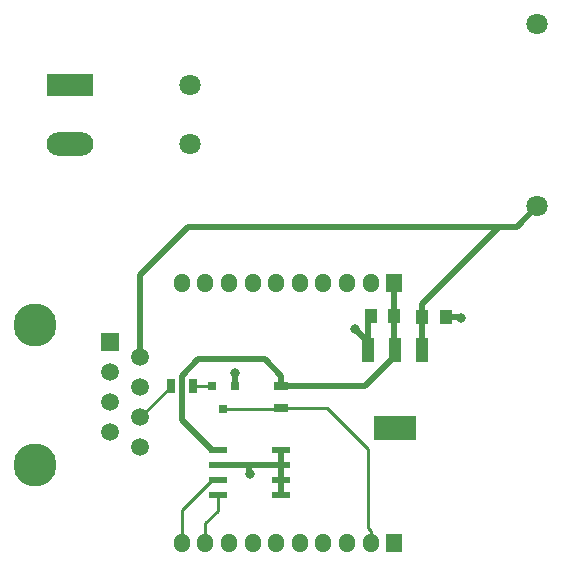
<source format=gbr>
G04 #@! TF.GenerationSoftware,KiCad,Pcbnew,no-vcs-found-7664~57~ubuntu16.10.1*
G04 #@! TF.CreationDate,2017-02-19T11:00:57+01:00*
G04 #@! TF.ProjectId,pulseboard,70756C7365626F6172642E6B69636164,rev?*
G04 #@! TF.FileFunction,Copper,L2,Bot,Signal*
G04 #@! TF.FilePolarity,Positive*
%FSLAX46Y46*%
G04 Gerber Fmt 4.6, Leading zero omitted, Abs format (unit mm)*
G04 Created by KiCad (PCBNEW no-vcs-found-7664~57~ubuntu16.10.1) date Sun Feb 19 11:00:57 2017*
%MOMM*%
%LPD*%
G01*
G04 APERTURE LIST*
%ADD10C,0.100000*%
%ADD11O,3.960000X1.980000*%
%ADD12R,3.960000X1.980000*%
%ADD13C,1.800000*%
%ADD14R,0.800100X0.800100*%
%ADD15R,0.700000X1.300000*%
%ADD16R,1.300000X0.700000*%
%ADD17R,1.550000X0.600000*%
%ADD18O,1.360000X1.600000*%
%ADD19R,1.360000X1.600000*%
%ADD20R,1.000000X1.250000*%
%ADD21C,1.501140*%
%ADD22R,1.501140X1.501140*%
%ADD23C,3.649980*%
%ADD24R,1.016000X2.032000*%
%ADD25R,3.657600X2.032000*%
%ADD26C,0.800000*%
%ADD27C,0.500000*%
%ADD28C,0.250000*%
G04 APERTURE END LIST*
D10*
D11*
X108600240Y-72990720D03*
D12*
X108600240Y-67990720D03*
D13*
X118809800Y-68057080D03*
X118809800Y-73057080D03*
X148209800Y-62857080D03*
X148209800Y-78257080D03*
D14*
X120670280Y-93484700D03*
X122570280Y-93484700D03*
X121620280Y-95483680D03*
D15*
X117149840Y-93532960D03*
X119049840Y-93532960D03*
D16*
X126502160Y-95366840D03*
X126502160Y-93466840D03*
D17*
X121125000Y-98922840D03*
X121125000Y-100192840D03*
X121125000Y-101462840D03*
X121125000Y-102732840D03*
X126525000Y-102732840D03*
X126525000Y-101462840D03*
X126525000Y-100192840D03*
X126525000Y-98922840D03*
D18*
X118094720Y-106803720D03*
X120094720Y-106803720D03*
X122094720Y-106803720D03*
X124094720Y-106803720D03*
X126094720Y-106803720D03*
X128094720Y-106803720D03*
X130094720Y-106803720D03*
X132094720Y-106803720D03*
X134094720Y-106803720D03*
D19*
X136094720Y-106803720D03*
X136094720Y-84803720D03*
D18*
X134094720Y-84803720D03*
X132094720Y-84803720D03*
X130094720Y-84803720D03*
X128094720Y-84803720D03*
X126094720Y-84803720D03*
X124094720Y-84803720D03*
X122094720Y-84803720D03*
X120094720Y-84803720D03*
X118094720Y-84803720D03*
D20*
X138425680Y-87701120D03*
X140425680Y-87701120D03*
X134082280Y-87553800D03*
X136082280Y-87553800D03*
D21*
X114554000Y-98704400D03*
X112014000Y-97434400D03*
X114554000Y-96164400D03*
X112014000Y-94894400D03*
X114554000Y-93624400D03*
X112014000Y-92354400D03*
X114554000Y-91084400D03*
D22*
X112014000Y-89814400D03*
D23*
X105664000Y-88328500D03*
X105664000Y-100197920D03*
D24*
X133822440Y-90454480D03*
X138394440Y-90454480D03*
X136108440Y-90454480D03*
D25*
X136108440Y-97058480D03*
D26*
X141726920Y-87726520D03*
X132765800Y-88686640D03*
X122595640Y-92410280D03*
X123875800Y-100939600D03*
D27*
X140425680Y-87701120D02*
X141701520Y-87701120D01*
X141701520Y-87701120D02*
X141726920Y-87726520D01*
X133822440Y-90454480D02*
X133822440Y-89743280D01*
X133822440Y-89743280D02*
X132765800Y-88686640D01*
X133822440Y-90454480D02*
X133822440Y-87813640D01*
X133822440Y-87813640D02*
X134082280Y-87553800D01*
X122570280Y-93484700D02*
X122570280Y-92435640D01*
X122570280Y-92435640D02*
X122595640Y-92410280D01*
X123774200Y-100192840D02*
X122400000Y-100192840D01*
X126525000Y-100192840D02*
X123774200Y-100192840D01*
X123774200Y-100192840D02*
X123774200Y-100838000D01*
X123774200Y-100838000D02*
X123875800Y-100939600D01*
X122400000Y-100192840D02*
X121125000Y-100192840D01*
X126525000Y-100192840D02*
X126525000Y-98922840D01*
X126525000Y-101462840D02*
X126525000Y-100192840D01*
X126525000Y-102732840D02*
X126525000Y-101462840D01*
X126502160Y-93466840D02*
X126502160Y-92616840D01*
X125127200Y-91241880D02*
X119507000Y-91241880D01*
X126502160Y-92616840D02*
X125127200Y-91241880D01*
X119507000Y-91241880D02*
X118084600Y-92664280D01*
X118084600Y-96357440D02*
X120650000Y-98922840D01*
X118084600Y-92664280D02*
X118084600Y-96357440D01*
X120650000Y-98922840D02*
X121125000Y-98922840D01*
X126502160Y-93466840D02*
X133604080Y-93466840D01*
X133604080Y-93466840D02*
X136108440Y-90962480D01*
X136108440Y-90962480D02*
X136108440Y-90454480D01*
X136082280Y-87553800D02*
X136082280Y-90428320D01*
X136082280Y-90428320D02*
X136108440Y-90454480D01*
X136094720Y-84803720D02*
X136094720Y-87541360D01*
X136094720Y-87541360D02*
X136082280Y-87553800D01*
D28*
X114554000Y-96164400D02*
X117149840Y-93568560D01*
X117149840Y-93568560D02*
X117149840Y-93532960D01*
X133852920Y-98826320D02*
X130393440Y-95366840D01*
X130393440Y-95366840D02*
X126502160Y-95366840D01*
X133852920Y-105511920D02*
X133852920Y-98826320D01*
X134094720Y-106803720D02*
X134094720Y-105753720D01*
X134094720Y-105753720D02*
X133852920Y-105511920D01*
X121620280Y-95483680D02*
X126385320Y-95483680D01*
X126385320Y-95483680D02*
X126502160Y-95366840D01*
X119049840Y-93532960D02*
X120622020Y-93532960D01*
X120622020Y-93532960D02*
X120670280Y-93484700D01*
X120685560Y-93469420D02*
X120670280Y-93484700D01*
X118094720Y-106803720D02*
X118094720Y-104018120D01*
X118094720Y-104018120D02*
X120650000Y-101462840D01*
X120650000Y-101462840D02*
X121125000Y-101462840D01*
X120094720Y-105142320D02*
X121125000Y-104112040D01*
X121125000Y-104112040D02*
X121125000Y-103282840D01*
X121125000Y-103282840D02*
X121125000Y-102732840D01*
X120094720Y-106803720D02*
X120094720Y-105142320D01*
D27*
X138425680Y-87701120D02*
X138425680Y-86576120D01*
X138425680Y-86576120D02*
X144976560Y-80025240D01*
X144976560Y-80025240D02*
X146441640Y-80025240D01*
X118643400Y-80025240D02*
X146441640Y-80025240D01*
X146441640Y-80025240D02*
X148209800Y-78257080D01*
X114564160Y-84104480D02*
X118643400Y-80025240D01*
X114564160Y-90012774D02*
X114564160Y-84104480D01*
X114554000Y-91084400D02*
X114554000Y-90022934D01*
X114554000Y-90022934D02*
X114564160Y-90012774D01*
X138394440Y-90454480D02*
X138394440Y-87732360D01*
X138394440Y-87732360D02*
X138425680Y-87701120D01*
M02*

</source>
